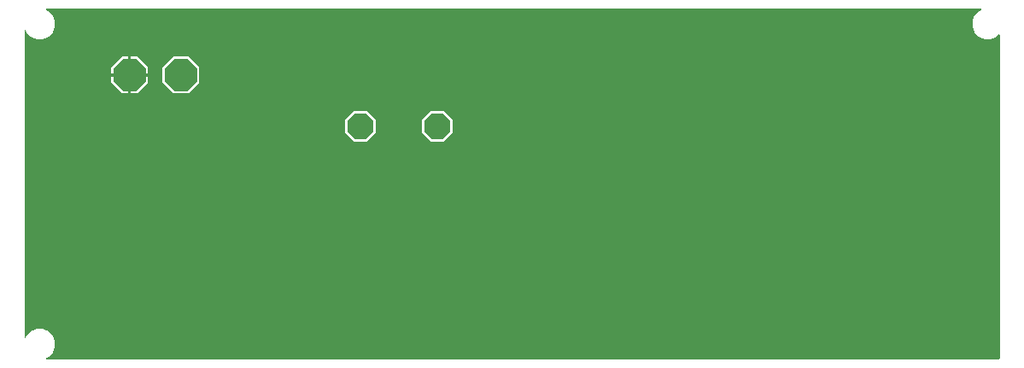
<source format=gbl>
G04 EAGLE Gerber RS-274X export*
G75*
%MOMM*%
%FSLAX34Y34*%
%LPD*%
%INBottom Copper*%
%IPPOS*%
%AMOC8*
5,1,8,0,0,1.08239X$1,22.5*%
G01*
%ADD10P,3.409096X8X292.500000*%
%ADD11P,2.749271X8X202.500000*%
%ADD12C,0.914400*%

G36*
X976398Y10164D02*
X976398Y10164D01*
X976417Y10162D01*
X976519Y10184D01*
X976621Y10200D01*
X976638Y10210D01*
X976658Y10214D01*
X976747Y10267D01*
X976838Y10316D01*
X976852Y10330D01*
X976869Y10340D01*
X976936Y10419D01*
X977008Y10494D01*
X977016Y10512D01*
X977029Y10527D01*
X977068Y10623D01*
X977111Y10717D01*
X977113Y10737D01*
X977121Y10755D01*
X977139Y10922D01*
X977139Y331561D01*
X977128Y331632D01*
X977126Y331703D01*
X977108Y331752D01*
X977100Y331804D01*
X977066Y331867D01*
X977041Y331934D01*
X977009Y331975D01*
X976984Y332021D01*
X976932Y332070D01*
X976888Y332126D01*
X976844Y332155D01*
X976806Y332190D01*
X976741Y332221D01*
X976681Y332259D01*
X976630Y332272D01*
X976583Y332294D01*
X976512Y332302D01*
X976442Y332319D01*
X976390Y332315D01*
X976339Y332321D01*
X976268Y332306D01*
X976197Y332300D01*
X976149Y332280D01*
X976098Y332269D01*
X976037Y332232D01*
X975971Y332204D01*
X975915Y332159D01*
X975887Y332143D01*
X975872Y332125D01*
X975840Y332099D01*
X973788Y330047D01*
X968216Y327739D01*
X962184Y327739D01*
X956612Y330047D01*
X952347Y334312D01*
X950039Y339884D01*
X950039Y345916D01*
X952347Y351488D01*
X956612Y355753D01*
X958597Y356575D01*
X958680Y356626D01*
X958766Y356672D01*
X958784Y356690D01*
X958806Y356704D01*
X958868Y356780D01*
X958935Y356850D01*
X958946Y356874D01*
X958963Y356894D01*
X958998Y356985D01*
X959039Y357073D01*
X959042Y357099D01*
X959051Y357123D01*
X959055Y357221D01*
X959066Y357317D01*
X959060Y357343D01*
X959061Y357369D01*
X959034Y357463D01*
X959013Y357558D01*
X959000Y357580D01*
X958993Y357605D01*
X958937Y357685D01*
X958887Y357769D01*
X958867Y357786D01*
X958853Y357807D01*
X958774Y357866D01*
X958700Y357929D01*
X958676Y357939D01*
X958655Y357954D01*
X958563Y357984D01*
X958472Y358021D01*
X958440Y358024D01*
X958421Y358030D01*
X958388Y358030D01*
X958306Y358039D01*
X32294Y358039D01*
X32198Y358024D01*
X32101Y358014D01*
X32078Y358004D01*
X32052Y358000D01*
X31966Y357954D01*
X31877Y357914D01*
X31857Y357897D01*
X31834Y357884D01*
X31767Y357814D01*
X31696Y357748D01*
X31683Y357725D01*
X31665Y357706D01*
X31624Y357618D01*
X31577Y357532D01*
X31572Y357507D01*
X31561Y357483D01*
X31551Y357386D01*
X31533Y357290D01*
X31537Y357264D01*
X31534Y357239D01*
X31555Y357143D01*
X31569Y357047D01*
X31581Y357024D01*
X31587Y356998D01*
X31636Y356915D01*
X31681Y356828D01*
X31699Y356809D01*
X31713Y356787D01*
X31787Y356724D01*
X31856Y356656D01*
X31885Y356640D01*
X31900Y356627D01*
X31930Y356615D01*
X32003Y356575D01*
X33988Y355753D01*
X38253Y351488D01*
X40561Y345916D01*
X40561Y339884D01*
X38253Y334312D01*
X33988Y330047D01*
X28416Y327739D01*
X22384Y327739D01*
X16812Y330047D01*
X12547Y334312D01*
X11625Y336538D01*
X11574Y336621D01*
X11528Y336707D01*
X11510Y336725D01*
X11496Y336747D01*
X11420Y336810D01*
X11350Y336876D01*
X11326Y336887D01*
X11306Y336904D01*
X11215Y336939D01*
X11127Y336980D01*
X11101Y336983D01*
X11077Y336992D01*
X10979Y336996D01*
X10883Y337007D01*
X10857Y337002D01*
X10831Y337003D01*
X10737Y336976D01*
X10642Y336955D01*
X10620Y336941D01*
X10595Y336934D01*
X10515Y336879D01*
X10431Y336829D01*
X10414Y336809D01*
X10393Y336794D01*
X10334Y336716D01*
X10271Y336642D01*
X10261Y336618D01*
X10246Y336597D01*
X10216Y336504D01*
X10179Y336414D01*
X10176Y336381D01*
X10170Y336363D01*
X10170Y336330D01*
X10161Y336247D01*
X10161Y32053D01*
X10176Y31957D01*
X10186Y31860D01*
X10196Y31836D01*
X10200Y31810D01*
X10246Y31724D01*
X10286Y31635D01*
X10303Y31616D01*
X10316Y31593D01*
X10386Y31526D01*
X10452Y31454D01*
X10475Y31442D01*
X10494Y31424D01*
X10582Y31383D01*
X10668Y31336D01*
X10693Y31331D01*
X10717Y31320D01*
X10814Y31309D01*
X10910Y31292D01*
X10936Y31296D01*
X10961Y31293D01*
X11057Y31313D01*
X11153Y31328D01*
X11176Y31340D01*
X11202Y31345D01*
X11285Y31395D01*
X11372Y31439D01*
X11391Y31458D01*
X11413Y31471D01*
X11476Y31545D01*
X11544Y31615D01*
X11560Y31643D01*
X11573Y31658D01*
X11585Y31689D01*
X11625Y31762D01*
X12547Y33988D01*
X16812Y38253D01*
X22384Y40561D01*
X28416Y40561D01*
X33988Y38253D01*
X38253Y33988D01*
X40561Y28416D01*
X40561Y22384D01*
X38253Y16812D01*
X33988Y12547D01*
X31762Y11625D01*
X31679Y11574D01*
X31593Y11528D01*
X31575Y11510D01*
X31553Y11496D01*
X31490Y11420D01*
X31424Y11350D01*
X31413Y11326D01*
X31396Y11306D01*
X31361Y11215D01*
X31320Y11127D01*
X31317Y11101D01*
X31308Y11077D01*
X31304Y10979D01*
X31293Y10883D01*
X31298Y10857D01*
X31297Y10831D01*
X31324Y10737D01*
X31345Y10642D01*
X31359Y10620D01*
X31366Y10595D01*
X31421Y10515D01*
X31471Y10431D01*
X31491Y10414D01*
X31506Y10393D01*
X31584Y10334D01*
X31658Y10271D01*
X31682Y10261D01*
X31703Y10246D01*
X31796Y10216D01*
X31886Y10179D01*
X31919Y10176D01*
X31937Y10170D01*
X31970Y10170D01*
X32053Y10161D01*
X976378Y10161D01*
X976398Y10164D01*
G37*
%LPC*%
G36*
X157525Y273811D02*
X157525Y273811D01*
X146811Y284525D01*
X146811Y299675D01*
X157525Y310389D01*
X172675Y310389D01*
X183389Y299675D01*
X183389Y284525D01*
X172675Y273811D01*
X157525Y273811D01*
G37*
%LPD*%
%LPC*%
G36*
X336587Y226059D02*
X336587Y226059D01*
X327659Y234987D01*
X327659Y247613D01*
X336587Y256541D01*
X349213Y256541D01*
X358141Y247613D01*
X358141Y234987D01*
X349213Y226059D01*
X336587Y226059D01*
G37*
%LPD*%
%LPC*%
G36*
X412787Y226059D02*
X412787Y226059D01*
X403859Y234987D01*
X403859Y247613D01*
X412787Y256541D01*
X425413Y256541D01*
X434341Y247613D01*
X434341Y234987D01*
X425413Y226059D01*
X412787Y226059D01*
G37*
%LPD*%
%LPC*%
G36*
X115823Y293623D02*
X115823Y293623D01*
X115823Y310389D01*
X121875Y310389D01*
X132589Y299675D01*
X132589Y293623D01*
X115823Y293623D01*
G37*
%LPD*%
%LPC*%
G36*
X96011Y293623D02*
X96011Y293623D01*
X96011Y299675D01*
X106725Y310389D01*
X112777Y310389D01*
X112777Y293623D01*
X96011Y293623D01*
G37*
%LPD*%
%LPC*%
G36*
X115823Y273811D02*
X115823Y273811D01*
X115823Y290577D01*
X132589Y290577D01*
X132589Y284525D01*
X121875Y273811D01*
X115823Y273811D01*
G37*
%LPD*%
%LPC*%
G36*
X106725Y273811D02*
X106725Y273811D01*
X96011Y284525D01*
X96011Y290577D01*
X112777Y290577D01*
X112777Y273811D01*
X106725Y273811D01*
G37*
%LPD*%
%LPC*%
G36*
X114299Y292099D02*
X114299Y292099D01*
X114299Y292101D01*
X114301Y292101D01*
X114301Y292099D01*
X114299Y292099D01*
G37*
%LPD*%
D10*
X114300Y292100D03*
X165100Y292100D03*
D11*
X419100Y241300D03*
X342900Y241300D03*
D12*
X519113Y250825D03*
X636588Y203200D03*
X749300Y153988D03*
X620713Y284163D03*
M02*

</source>
